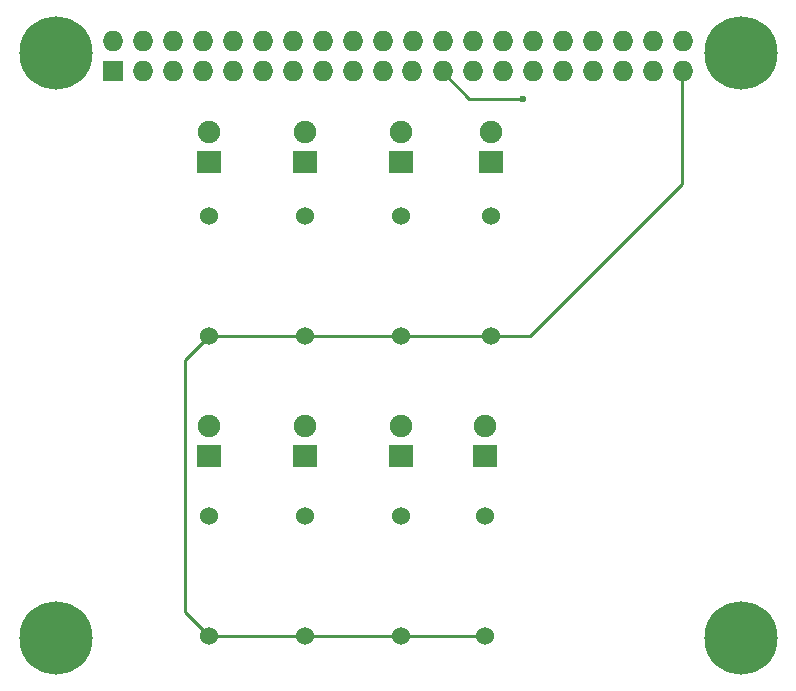
<source format=gbl>
G04 #@! TF.FileFunction,Copper,L2,Bot,Signal*
%FSLAX46Y46*%
G04 Gerber Fmt 4.6, Leading zero omitted, Abs format (unit mm)*
G04 Created by KiCad (PCBNEW 4.0.2-stable) date 4/7/2016 22:45:40*
%MOMM*%
G01*
G04 APERTURE LIST*
%ADD10C,0.100000*%
%ADD11R,1.727200X1.727200*%
%ADD12O,1.727200X1.727200*%
%ADD13R,2.000000X1.900000*%
%ADD14C,1.900000*%
%ADD15C,1.524000*%
%ADD16C,6.200000*%
%ADD17C,0.600000*%
%ADD18C,0.250000*%
G04 APERTURE END LIST*
D10*
D11*
X93002800Y-67744900D03*
D12*
X93002800Y-65204900D03*
X95542800Y-67744900D03*
X95542800Y-65204900D03*
X98082800Y-67744900D03*
X98082800Y-65204900D03*
X100622800Y-67744900D03*
X100622800Y-65204900D03*
X103162800Y-67744900D03*
X103162800Y-65204900D03*
X105702800Y-67744900D03*
X105702800Y-65204900D03*
X108242800Y-67744900D03*
X108242800Y-65204900D03*
X110782800Y-67744900D03*
X110782800Y-65204900D03*
X113322800Y-67744900D03*
X113322800Y-65204900D03*
X115862800Y-67744900D03*
X115862800Y-65204900D03*
X118302800Y-67744900D03*
X118402800Y-65204900D03*
X120942800Y-67744900D03*
X120942800Y-65204900D03*
X123482800Y-67744900D03*
X123482800Y-65204900D03*
X126022800Y-67744900D03*
X126022800Y-65204900D03*
X128562800Y-67744900D03*
X128562800Y-65204900D03*
X131102800Y-67744900D03*
X131102800Y-65204900D03*
X133642800Y-67744900D03*
X133642800Y-65204900D03*
X136182800Y-67744900D03*
X136182800Y-65204900D03*
X138722800Y-67744900D03*
X138722800Y-65204900D03*
X141262800Y-67744900D03*
X141262800Y-65204900D03*
D13*
X117398800Y-100355400D03*
D14*
X117398800Y-97815400D03*
D13*
X109270800Y-100355400D03*
D14*
X109270800Y-97815400D03*
D13*
X124510800Y-100355400D03*
D14*
X124510800Y-97815400D03*
D13*
X101142800Y-75463400D03*
D14*
X101142800Y-72923400D03*
D13*
X101142800Y-100355400D03*
D14*
X101142800Y-97815400D03*
D13*
X109270800Y-75463400D03*
D14*
X109270800Y-72923400D03*
D13*
X117398800Y-75463400D03*
D14*
X117398800Y-72923400D03*
D13*
X125018800Y-75463400D03*
D14*
X125018800Y-72923400D03*
D15*
X117398800Y-115595400D03*
X117398800Y-105435400D03*
X109270800Y-115595400D03*
X109270800Y-105435400D03*
X124510800Y-115595400D03*
X124510800Y-105435400D03*
X101142800Y-90195400D03*
X101142800Y-80035400D03*
X101142800Y-115595400D03*
X101142800Y-105435400D03*
X109270800Y-90195400D03*
X109270800Y-80035400D03*
X117398800Y-90195400D03*
X117398800Y-80035400D03*
X125018800Y-90195400D03*
X125018800Y-80035400D03*
D16*
X146132800Y-66263400D03*
X146132800Y-115763400D03*
X88132800Y-115763400D03*
X88132800Y-66263400D03*
D17*
X127695960Y-70106540D03*
D18*
X127695960Y-70106540D02*
X127322580Y-70101460D01*
X127322580Y-70101460D02*
X123131580Y-70101460D01*
X123131580Y-70101460D02*
X120812560Y-67782440D01*
X101142800Y-90195400D02*
X109270800Y-90195400D01*
X109270800Y-90195400D02*
X117398800Y-90195400D01*
X125018800Y-90195400D02*
X128295400Y-90195400D01*
X141132560Y-77358240D02*
X141132560Y-67782440D01*
X128295400Y-90195400D02*
X141132560Y-77358240D01*
X117398800Y-115595400D02*
X109270800Y-115595400D01*
X109270800Y-115595400D02*
X101142800Y-115595400D01*
X101142800Y-115595400D02*
X99110800Y-113563400D01*
X99110800Y-113563400D02*
X99110800Y-92227400D01*
X99110800Y-92227400D02*
X101142800Y-90195400D01*
X117398800Y-90195400D02*
X125018800Y-90195400D01*
X124510800Y-115595400D02*
X117398800Y-115595400D01*
M02*

</source>
